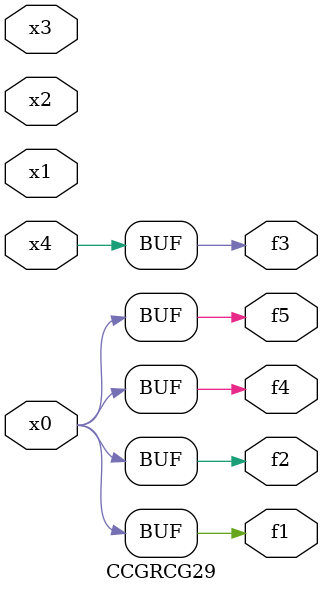
<source format=v>
module CCGRCG29(
	input x0, x1, x2, x3, x4,
	output f1, f2, f3, f4, f5
);
	assign f1 = x0;
	assign f2 = x0;
	assign f3 = x4;
	assign f4 = x0;
	assign f5 = x0;
endmodule

</source>
